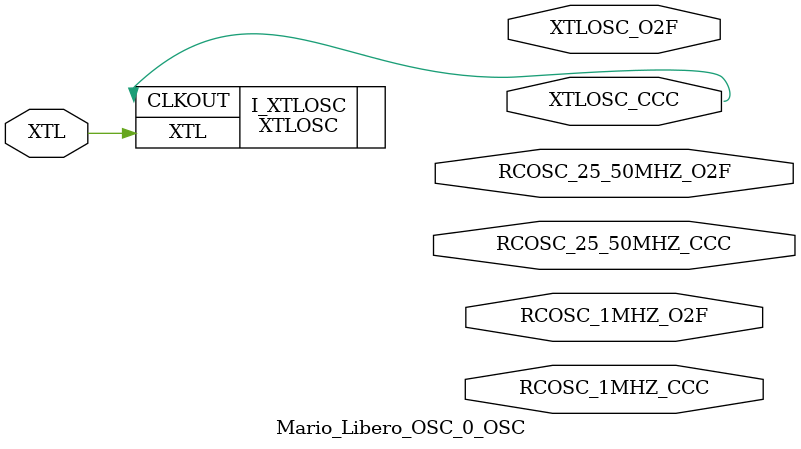
<source format=v>
`timescale 1 ns/100 ps


module Mario_Libero_OSC_0_OSC(
       XTL,
       RCOSC_25_50MHZ_CCC,
       RCOSC_25_50MHZ_O2F,
       RCOSC_1MHZ_CCC,
       RCOSC_1MHZ_O2F,
       XTLOSC_CCC,
       XTLOSC_O2F
    );
input  XTL;
output RCOSC_25_50MHZ_CCC;
output RCOSC_25_50MHZ_O2F;
output RCOSC_1MHZ_CCC;
output RCOSC_1MHZ_O2F;
output XTLOSC_CCC;
output XTLOSC_O2F;

    
    XTLOSC #( .MODE(2'h3), .FREQUENCY(20.0) )  I_XTLOSC (.XTL(XTL), 
        .CLKOUT(XTLOSC_CCC));
    
endmodule

</source>
